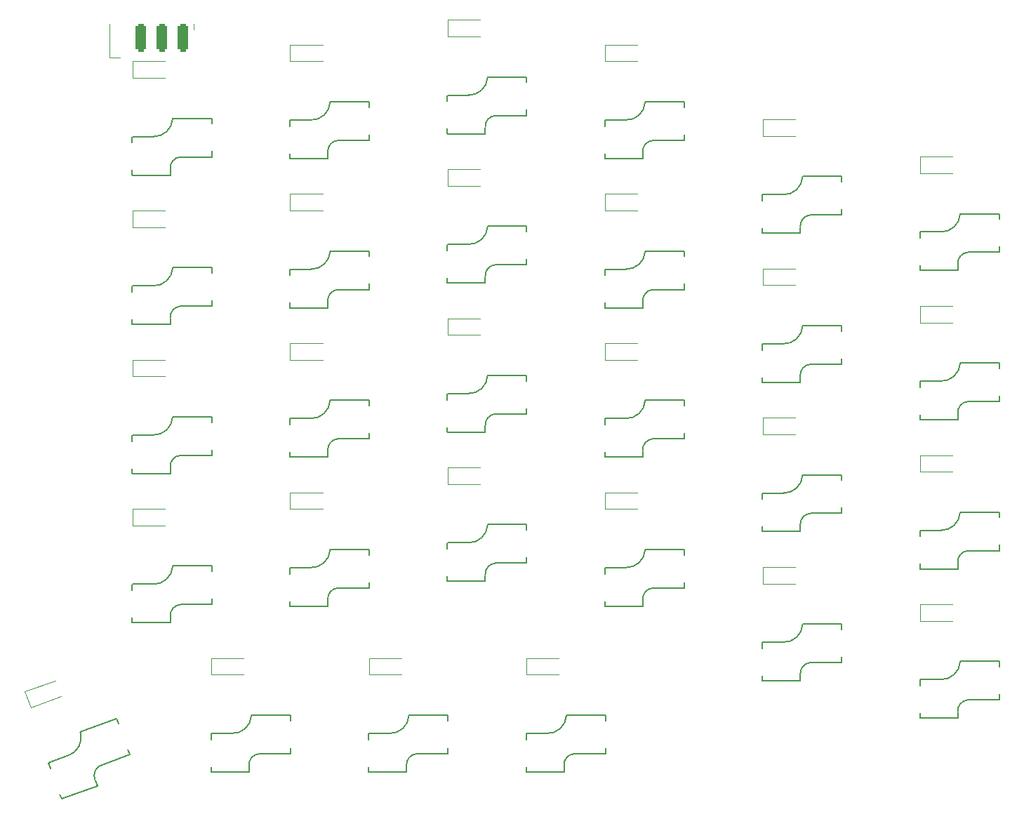
<source format=gto>
%TF.GenerationSoftware,KiCad,Pcbnew,(6.0.11-0)*%
%TF.CreationDate,2023-01-30T19:18:12+08:00*%
%TF.ProjectId,V4,56342e6b-6963-4616-945f-706362585858,rev?*%
%TF.SameCoordinates,PX90f5600PY5e69ec0*%
%TF.FileFunction,Legend,Top*%
%TF.FilePolarity,Positive*%
%FSLAX46Y46*%
G04 Gerber Fmt 4.6, Leading zero omitted, Abs format (unit mm)*
G04 Created by KiCad (PCBNEW (6.0.11-0)) date 2023-01-30 19:18:12*
%MOMM*%
%LPD*%
G01*
G04 APERTURE LIST*
G04 Aperture macros list*
%AMRoundRect*
0 Rectangle with rounded corners*
0 $1 Rounding radius*
0 $2 $3 $4 $5 $6 $7 $8 $9 X,Y pos of 4 corners*
0 Add a 4 corners polygon primitive as box body*
4,1,4,$2,$3,$4,$5,$6,$7,$8,$9,$2,$3,0*
0 Add four circle primitives for the rounded corners*
1,1,$1+$1,$2,$3*
1,1,$1+$1,$4,$5*
1,1,$1+$1,$6,$7*
1,1,$1+$1,$8,$9*
0 Add four rect primitives between the rounded corners*
20,1,$1+$1,$2,$3,$4,$5,0*
20,1,$1+$1,$4,$5,$6,$7,0*
20,1,$1+$1,$6,$7,$8,$9,0*
20,1,$1+$1,$8,$9,$2,$3,0*%
%AMRotRect*
0 Rectangle, with rotation*
0 The origin of the aperture is its center*
0 $1 length*
0 $2 width*
0 $3 Rotation angle, in degrees counterclockwise*
0 Add horizontal line*
21,1,$1,$2,0,0,$3*%
G04 Aperture macros list end*
%ADD10C,0.150000*%
%ADD11C,0.120000*%
%ADD12C,3.200000*%
%ADD13C,3.000000*%
%ADD14R,2.000000X2.600000*%
%ADD15R,0.900000X1.200000*%
%ADD16RotRect,0.900000X1.200000X20.000000*%
%ADD17R,1.270000X3.429000*%
%ADD18RoundRect,0.317500X-0.317500X-1.397000X0.317500X-1.397000X0.317500X1.397000X-0.317500X1.397000X0*%
%ADD19RotRect,2.000000X2.600000X200.000000*%
%ADD20C,1.700000*%
G04 APERTURE END LIST*
D10*
%TO.C,SW17*%
X16725000Y16425000D02*
X19275000Y16425000D01*
X16700000Y15682000D02*
X16700000Y15682000D01*
X16725000Y11775000D02*
X21275000Y11775000D01*
X22500000Y13975000D02*
X26275000Y13975000D01*
X16700000Y12380000D02*
X16700000Y11800000D01*
X16700000Y16400000D02*
X16700000Y15682000D01*
X26275000Y14666000D02*
X26275000Y13975000D01*
X21280000Y12500000D02*
X21280000Y11800000D01*
X26275000Y18625000D02*
X26275000Y17968000D01*
X21575000Y18625000D02*
X26275000Y18625000D01*
X22500000Y13970000D02*
G75*
G03*
X21280000Y12550000I100000J-1320000D01*
G01*
X19200000Y16430000D02*
G75*
G03*
X21570000Y18600000I100000J2270000D01*
G01*
%TO.C,SW29*%
X21575000Y625000D02*
X26275000Y625000D01*
X16700000Y-2318000D02*
X16700000Y-2318000D01*
X21280000Y-5500000D02*
X21280000Y-6200000D01*
X22500000Y-4025000D02*
X26275000Y-4025000D01*
X16700000Y-5620000D02*
X16700000Y-6200000D01*
X16700000Y-1600000D02*
X16700000Y-2318000D01*
X26275000Y-3334000D02*
X26275000Y-4025000D01*
X16725000Y-1575000D02*
X19275000Y-1575000D01*
X16725000Y-6225000D02*
X21275000Y-6225000D01*
X26275000Y625000D02*
X26275000Y-32000D01*
X19200000Y-1570000D02*
G75*
G03*
X21570000Y600000I100000J2270000D01*
G01*
X22500000Y-4030000D02*
G75*
G03*
X21280000Y-5450000I100000J-1320000D01*
G01*
%TO.C,SW51*%
X54775000Y-37375000D02*
X54775000Y-38032000D01*
X45225000Y-39575000D02*
X47775000Y-39575000D01*
X45225000Y-44225000D02*
X49775000Y-44225000D01*
X49780000Y-43500000D02*
X49780000Y-44200000D01*
X45200000Y-40318000D02*
X45200000Y-40318000D01*
X45200000Y-39600000D02*
X45200000Y-40318000D01*
X51000000Y-42025000D02*
X54775000Y-42025000D01*
X50075000Y-37375000D02*
X54775000Y-37375000D01*
X54775000Y-41334000D02*
X54775000Y-42025000D01*
X45200000Y-43620000D02*
X45200000Y-44200000D01*
X47700000Y-39570000D02*
G75*
G03*
X50070000Y-37400000I100000J2270000D01*
G01*
X51000000Y-42030000D02*
G75*
G03*
X49780000Y-43450000I100000J-1320000D01*
G01*
D11*
%TO.C,D27*%
X54750000Y7500000D02*
X54750000Y5500000D01*
X54750000Y5500000D02*
X58650000Y5500000D01*
X54750000Y7500000D02*
X58650000Y7500000D01*
%TO.C,D18*%
X-2250000Y23500000D02*
X-2250000Y21500000D01*
X-2250000Y21500000D02*
X1650000Y21500000D01*
X-2250000Y23500000D02*
X1650000Y23500000D01*
D10*
%TO.C,SW15*%
X54700000Y16400000D02*
X54700000Y15682000D01*
X60500000Y13975000D02*
X64275000Y13975000D01*
X54725000Y16425000D02*
X57275000Y16425000D01*
X64275000Y18625000D02*
X64275000Y17968000D01*
X54700000Y15682000D02*
X54700000Y15682000D01*
X59280000Y12500000D02*
X59280000Y11800000D01*
X54725000Y11775000D02*
X59275000Y11775000D01*
X64275000Y14666000D02*
X64275000Y13975000D01*
X59575000Y18625000D02*
X64275000Y18625000D01*
X54700000Y12380000D02*
X54700000Y11800000D01*
X57200000Y16430000D02*
G75*
G03*
X59570000Y18600000I100000J2270000D01*
G01*
X60500000Y13970000D02*
G75*
G03*
X59280000Y12550000I100000J-1320000D01*
G01*
D11*
%TO.C,D15*%
X54750000Y23500000D02*
X58650000Y23500000D01*
X54750000Y25500000D02*
X54750000Y23500000D01*
X54750000Y25500000D02*
X58650000Y25500000D01*
%TO.C,D1*%
X92750000Y30000000D02*
X92750000Y28000000D01*
X92750000Y28000000D02*
X96650000Y28000000D01*
X92750000Y30000000D02*
X96650000Y30000000D01*
%TO.C,D37*%
X92750000Y-24000000D02*
X92750000Y-26000000D01*
X92750000Y-26000000D02*
X96650000Y-26000000D01*
X92750000Y-24000000D02*
X96650000Y-24000000D01*
%TO.C,D52*%
X26250000Y-30500000D02*
X30150000Y-30500000D01*
X26250000Y-30500000D02*
X26250000Y-32500000D01*
X26250000Y-32500000D02*
X30150000Y-32500000D01*
%TO.C,D2*%
X73750000Y34500000D02*
X73750000Y32500000D01*
X73750000Y32500000D02*
X77650000Y32500000D01*
X73750000Y34500000D02*
X77650000Y34500000D01*
D10*
%TO.C,SW3*%
X59280000Y30500000D02*
X59280000Y29800000D01*
X59575000Y36625000D02*
X64275000Y36625000D01*
X54725000Y34425000D02*
X57275000Y34425000D01*
X54700000Y30380000D02*
X54700000Y29800000D01*
X60500000Y31975000D02*
X64275000Y31975000D01*
X54725000Y29775000D02*
X59275000Y29775000D01*
X64275000Y32666000D02*
X64275000Y31975000D01*
X54700000Y34400000D02*
X54700000Y33682000D01*
X54700000Y33682000D02*
X54700000Y33682000D01*
X64275000Y36625000D02*
X64275000Y35968000D01*
X57200000Y34430000D02*
G75*
G03*
X59570000Y36600000I100000J2270000D01*
G01*
X60500000Y31970000D02*
G75*
G03*
X59280000Y30550000I100000J-1320000D01*
G01*
D11*
%TO.C,D16*%
X35750000Y28500000D02*
X35750000Y26500000D01*
X35750000Y26500000D02*
X39650000Y26500000D01*
X35750000Y28500000D02*
X39650000Y28500000D01*
D10*
%TO.C,SW4*%
X35700000Y37399997D02*
X35700000Y36681997D01*
X35700000Y36681997D02*
X35700000Y36681997D01*
X41500000Y34974997D02*
X45275000Y34974997D01*
X40280000Y33499997D02*
X40280000Y32799997D01*
X35725000Y37424997D02*
X38275000Y37424997D01*
X40575000Y39624997D02*
X45275000Y39624997D01*
X45275000Y35665997D02*
X45275000Y34974997D01*
X35725000Y32774997D02*
X40275000Y32774997D01*
X35700000Y33379997D02*
X35700000Y32799997D01*
X45275000Y39624997D02*
X45275000Y38967997D01*
X38200000Y37429997D02*
G75*
G03*
X40570000Y39599997I100000J2270000D01*
G01*
X41500000Y34969997D02*
G75*
G03*
X40280000Y33549997I100000J-1320000D01*
G01*
%TO.C,SW26*%
X78280000Y-14500000D02*
X78280000Y-15200000D01*
X73700000Y-11318000D02*
X73700000Y-11318000D01*
X73725000Y-15225000D02*
X78275000Y-15225000D01*
X73700000Y-14620000D02*
X73700000Y-15200000D01*
X78575000Y-8375000D02*
X83275000Y-8375000D01*
X79500000Y-13025000D02*
X83275000Y-13025000D01*
X73700000Y-10600000D02*
X73700000Y-11318000D01*
X73725000Y-10575000D02*
X76275000Y-10575000D01*
X83275000Y-8375000D02*
X83275000Y-9032000D01*
X83275000Y-12334000D02*
X83275000Y-13025000D01*
X76200000Y-10570000D02*
G75*
G03*
X78570000Y-8400000I100000J2270000D01*
G01*
X79500000Y-13030000D02*
G75*
G03*
X78280000Y-14450000I100000J-1320000D01*
G01*
D11*
%TO.C,D4*%
X35750000Y46500000D02*
X35750000Y44500000D01*
X35750000Y46500000D02*
X39650000Y46500000D01*
X35750000Y44500000D02*
X39650000Y44500000D01*
%TO.C,D3*%
X54750000Y43500000D02*
X54750000Y41500000D01*
X54750000Y41500000D02*
X58650000Y41500000D01*
X54750000Y43500000D02*
X58650000Y43500000D01*
D10*
%TO.C,SW38*%
X73700000Y-28600000D02*
X73700000Y-29318000D01*
X73700000Y-32620000D02*
X73700000Y-33200000D01*
X73725000Y-28575000D02*
X76275000Y-28575000D01*
X79500000Y-31025000D02*
X83275000Y-31025000D01*
X78575000Y-26375000D02*
X83275000Y-26375000D01*
X73700000Y-29318000D02*
X73700000Y-29318000D01*
X78280000Y-32500000D02*
X78280000Y-33200000D01*
X73725000Y-33225000D02*
X78275000Y-33225000D01*
X83275000Y-26375000D02*
X83275000Y-27032000D01*
X83275000Y-30334000D02*
X83275000Y-31025000D01*
X79500000Y-31030000D02*
G75*
G03*
X78280000Y-32450000I100000J-1320000D01*
G01*
X76200000Y-28570000D02*
G75*
G03*
X78570000Y-26400000I100000J2270000D01*
G01*
D11*
%TO.C,D54*%
X-15256329Y-34529853D02*
X-14572288Y-36409238D01*
X-14572288Y-36409238D02*
X-10907487Y-35075359D01*
X-15256329Y-34529853D02*
X-11591527Y-33195974D01*
D10*
%TO.C,SW27*%
X64275000Y-3334000D02*
X64275000Y-4025000D01*
X54700000Y-1600000D02*
X54700000Y-2318000D01*
X54725000Y-6225000D02*
X59275000Y-6225000D01*
X59280000Y-5500000D02*
X59280000Y-6200000D01*
X60500000Y-4025000D02*
X64275000Y-4025000D01*
X54700000Y-2318000D02*
X54700000Y-2318000D01*
X59575000Y625000D02*
X64275000Y625000D01*
X54700000Y-5620000D02*
X54700000Y-6200000D01*
X64275000Y625000D02*
X64275000Y-32000D01*
X54725000Y-1575000D02*
X57275000Y-1575000D01*
X57200000Y-1570000D02*
G75*
G03*
X59570000Y600000I100000J2270000D01*
G01*
X60500000Y-4030000D02*
G75*
G03*
X59280000Y-5450000I100000J-1320000D01*
G01*
D11*
%TO.C,D53*%
X7250000Y-30500000D02*
X11150000Y-30500000D01*
X7250000Y-32500000D02*
X11150000Y-32500000D01*
X7250000Y-30500000D02*
X7250000Y-32500000D01*
%TO.C,D39*%
X54750000Y-10500000D02*
X54750000Y-12500000D01*
X54750000Y-12500000D02*
X58650000Y-12500000D01*
X54750000Y-10500000D02*
X58650000Y-10500000D01*
D10*
%TO.C,SW52*%
X26200000Y-43620000D02*
X26200000Y-44200000D01*
X26225000Y-44225000D02*
X30775000Y-44225000D01*
X30780000Y-43500000D02*
X30780000Y-44200000D01*
X26200000Y-40318000D02*
X26200000Y-40318000D01*
X26200000Y-39600000D02*
X26200000Y-40318000D01*
X31075000Y-37375000D02*
X35775000Y-37375000D01*
X35775000Y-41334000D02*
X35775000Y-42025000D01*
X35775000Y-37375000D02*
X35775000Y-38032000D01*
X32000000Y-42025000D02*
X35775000Y-42025000D01*
X26225000Y-39575000D02*
X28775000Y-39575000D01*
X28700000Y-39570000D02*
G75*
G03*
X31070000Y-37400000I100000J2270000D01*
G01*
X32000000Y-42030000D02*
G75*
G03*
X30780000Y-43450000I100000J-1320000D01*
G01*
D11*
%TO.C,D42*%
X-2250000Y-12500000D02*
X1650000Y-12500000D01*
X-2250000Y-12500000D02*
X-2250000Y-14500000D01*
X-2250000Y-14500000D02*
X1650000Y-14500000D01*
%TO.C,D30*%
X-2250000Y5500000D02*
X-2250000Y3500000D01*
X-2250000Y3500000D02*
X1650000Y3500000D01*
X-2250000Y5500000D02*
X1650000Y5500000D01*
D10*
%TO.C,SW13*%
X98500000Y475000D02*
X102275000Y475000D01*
X92725000Y2925000D02*
X95275000Y2925000D01*
X92700000Y-1120000D02*
X92700000Y-1700000D01*
X97575000Y5125000D02*
X102275000Y5125000D01*
X92700000Y2182000D02*
X92700000Y2182000D01*
X92725000Y-1725000D02*
X97275000Y-1725000D01*
X92700000Y2900000D02*
X92700000Y2182000D01*
X102275000Y1166000D02*
X102275000Y475000D01*
X102275000Y5125000D02*
X102275000Y4468000D01*
X97280000Y-1000000D02*
X97280000Y-1700000D01*
X98500000Y470000D02*
G75*
G03*
X97280000Y-950000I100000J-1320000D01*
G01*
X95200000Y2930000D02*
G75*
G03*
X97570000Y5100000I100000J2270000D01*
G01*
D11*
%TO.C,D28*%
X35750000Y10500000D02*
X35750000Y8500000D01*
X35750000Y10500000D02*
X39650000Y10500000D01*
X35750000Y8500000D02*
X39650000Y8500000D01*
%TO.C,D6*%
X-2250000Y41500000D02*
X-2250000Y39500000D01*
X-2250000Y39500000D02*
X1650000Y39500000D01*
X-2250000Y41500000D02*
X1650000Y41500000D01*
D10*
%TO.C,SW5*%
X16700000Y30380002D02*
X16700000Y29800002D01*
X26275000Y36625002D02*
X26275000Y35968002D01*
X26275000Y32666002D02*
X26275000Y31975002D01*
X22500000Y31975002D02*
X26275000Y31975002D01*
X16725000Y29775002D02*
X21275000Y29775002D01*
X21280000Y30500002D02*
X21280000Y29800002D01*
X21575000Y36625002D02*
X26275000Y36625002D01*
X16700000Y33682002D02*
X16700000Y33682002D01*
X16725000Y34425002D02*
X19275000Y34425002D01*
X16700000Y34400002D02*
X16700000Y33682002D01*
X19200000Y34430002D02*
G75*
G03*
X21570000Y36600002I100000J2270000D01*
G01*
X22500000Y31970002D02*
G75*
G03*
X21280000Y30550002I100000J-1320000D01*
G01*
%TO.C,SW28*%
X35700000Y-2620000D02*
X35700000Y-3200000D01*
X40280000Y-2500000D02*
X40280000Y-3200000D01*
X35725000Y-3225000D02*
X40275000Y-3225000D01*
X45275000Y3625000D02*
X45275000Y2968000D01*
X35700000Y1400000D02*
X35700000Y682000D01*
X35725000Y1425000D02*
X38275000Y1425000D01*
X40575000Y3625000D02*
X45275000Y3625000D01*
X35700000Y682000D02*
X35700000Y682000D01*
X45275000Y-334000D02*
X45275000Y-1025000D01*
X41500000Y-1025000D02*
X45275000Y-1025000D01*
X38200000Y1430000D02*
G75*
G03*
X40570000Y3600000I100000J2270000D01*
G01*
X41500000Y-1030000D02*
G75*
G03*
X40280000Y-2450000I100000J-1320000D01*
G01*
%TO.C,SW1*%
X92725000Y16275000D02*
X97275000Y16275000D01*
X92700000Y20182000D02*
X92700000Y20182000D01*
X102275000Y19166000D02*
X102275000Y18475000D01*
X97280000Y17000000D02*
X97280000Y16300000D01*
X102275000Y23125000D02*
X102275000Y22468000D01*
X98500000Y18475000D02*
X102275000Y18475000D01*
X92700000Y20900000D02*
X92700000Y20182000D01*
X92700000Y16880000D02*
X92700000Y16300000D01*
X97575000Y23125000D02*
X102275000Y23125000D01*
X92725000Y20925000D02*
X95275000Y20925000D01*
X98500000Y18470000D02*
G75*
G03*
X97280000Y17050000I100000J-1320000D01*
G01*
X95200000Y20930000D02*
G75*
G03*
X97570000Y23100000I100000J2270000D01*
G01*
D11*
%TO.C,D13*%
X92750000Y10000000D02*
X96650000Y10000000D01*
X92750000Y12000000D02*
X92750000Y10000000D01*
X92750000Y12000000D02*
X96650000Y12000000D01*
D10*
%TO.C,SW42*%
X-2300000Y-21600000D02*
X-2300000Y-22318000D01*
X-2275000Y-26225000D02*
X2275000Y-26225000D01*
X7275000Y-23334000D02*
X7275000Y-24025000D01*
X-2300000Y-22318000D02*
X-2300000Y-22318000D01*
X3500000Y-24025000D02*
X7275000Y-24025000D01*
X7275000Y-19375000D02*
X7275000Y-20032000D01*
X-2275000Y-21575000D02*
X275000Y-21575000D01*
X-2300000Y-25620000D02*
X-2300000Y-26200000D01*
X2280000Y-25500000D02*
X2280000Y-26200000D01*
X2575000Y-19375000D02*
X7275000Y-19375000D01*
X200000Y-21570000D02*
G75*
G03*
X2570000Y-19400000I100000J2270000D01*
G01*
X3500000Y-24030000D02*
G75*
G03*
X2280000Y-25450000I100000J-1320000D01*
G01*
%TO.C,SW14*%
X78575000Y9625000D02*
X83275000Y9625000D01*
X79500000Y4975000D02*
X83275000Y4975000D01*
X73700000Y6682000D02*
X73700000Y6682000D01*
X73700000Y7400000D02*
X73700000Y6682000D01*
X73725000Y7425000D02*
X76275000Y7425000D01*
X73700000Y3380000D02*
X73700000Y2800000D01*
X83275000Y9625000D02*
X83275000Y8968000D01*
X78280000Y3500000D02*
X78280000Y2800000D01*
X83275000Y5666000D02*
X83275000Y4975000D01*
X73725000Y2775000D02*
X78275000Y2775000D01*
X79500000Y4970000D02*
G75*
G03*
X78280000Y3550000I100000J-1320000D01*
G01*
X76200000Y7430000D02*
G75*
G03*
X78570000Y9600000I100000J2270000D01*
G01*
%TO.C,SW30*%
X7275000Y-5334000D02*
X7275000Y-6025000D01*
X7275000Y-1375000D02*
X7275000Y-2032000D01*
X2280000Y-7500000D02*
X2280000Y-8200000D01*
X-2300000Y-3600000D02*
X-2300000Y-4318000D01*
X-2300000Y-7620000D02*
X-2300000Y-8200000D01*
X3500000Y-6025000D02*
X7275000Y-6025000D01*
X-2275000Y-3575000D02*
X275000Y-3575000D01*
X-2275000Y-8225000D02*
X2275000Y-8225000D01*
X-2300000Y-4318000D02*
X-2300000Y-4318000D01*
X2575000Y-1375000D02*
X7275000Y-1375000D01*
X200000Y-3570000D02*
G75*
G03*
X2570000Y-1400000I100000J2270000D01*
G01*
X3500000Y-6030000D02*
G75*
G03*
X2280000Y-7450000I100000J-1320000D01*
G01*
D11*
%TO.C,J1*%
X5080000Y45365000D02*
X5080000Y46000000D01*
X-5080000Y42000000D02*
X-5080000Y46000000D01*
X-3810000Y42000000D02*
X-5080000Y42000000D01*
%TO.C,D26*%
X73750000Y-3500000D02*
X77650000Y-3500000D01*
X73750000Y-1500000D02*
X77650000Y-1500000D01*
X73750000Y-1500000D02*
X73750000Y-3500000D01*
D10*
%TO.C,SW53*%
X7199996Y-43620000D02*
X7199996Y-44200000D01*
X11779996Y-43500000D02*
X11779996Y-44200000D01*
X7224996Y-44225000D02*
X11774996Y-44225000D01*
X12074996Y-37375000D02*
X16774996Y-37375000D01*
X7199996Y-40318000D02*
X7199996Y-40318000D01*
X16774996Y-41334000D02*
X16774996Y-42025000D01*
X12999996Y-42025000D02*
X16774996Y-42025000D01*
X7199996Y-39600000D02*
X7199996Y-40318000D01*
X16774996Y-37375000D02*
X16774996Y-38032000D01*
X7224996Y-39575000D02*
X9774996Y-39575000D01*
X12999996Y-42030000D02*
G75*
G03*
X11779996Y-43450000I100000J-1320000D01*
G01*
X9699996Y-39570000D02*
G75*
G03*
X12069996Y-37400000I100000J2270000D01*
G01*
%TO.C,SW18*%
X-2300000Y13682000D02*
X-2300000Y13682000D01*
X-2300000Y10380000D02*
X-2300000Y9800000D01*
X7275000Y12666000D02*
X7275000Y11975000D01*
X-2275000Y9775000D02*
X2275000Y9775000D01*
X3500000Y11975000D02*
X7275000Y11975000D01*
X2280000Y10500000D02*
X2280000Y9800000D01*
X-2300000Y14400000D02*
X-2300000Y13682000D01*
X2575000Y16625000D02*
X7275000Y16625000D01*
X7275000Y16625000D02*
X7275000Y15968000D01*
X-2275000Y14425000D02*
X275000Y14425000D01*
X200000Y14430000D02*
G75*
G03*
X2570000Y16600000I100000J2270000D01*
G01*
X3500000Y11970000D02*
G75*
G03*
X2280000Y10550000I100000J-1320000D01*
G01*
%TO.C,SW40*%
X41500000Y-19025000D02*
X45275000Y-19025000D01*
X40575000Y-14375000D02*
X45275000Y-14375000D01*
X45275000Y-14375000D02*
X45275000Y-15032000D01*
X40280000Y-20500000D02*
X40280000Y-21200000D01*
X35700000Y-16600000D02*
X35700000Y-17318000D01*
X35725000Y-16575000D02*
X38275000Y-16575000D01*
X35725000Y-21225000D02*
X40275000Y-21225000D01*
X35700000Y-17318000D02*
X35700000Y-17318000D01*
X35700000Y-20620000D02*
X35700000Y-21200000D01*
X45275000Y-18334000D02*
X45275000Y-19025000D01*
X41500000Y-19030000D02*
G75*
G03*
X40280000Y-20450000I100000J-1320000D01*
G01*
X38200000Y-16570000D02*
G75*
G03*
X40570000Y-14400000I100000J2270000D01*
G01*
%TO.C,SW41*%
X21280000Y-23500000D02*
X21280000Y-24200000D01*
X16725000Y-24225000D02*
X21275000Y-24225000D01*
X22500000Y-22025000D02*
X26275000Y-22025000D01*
X16700000Y-23620000D02*
X16700000Y-24200000D01*
X26275000Y-21334000D02*
X26275000Y-22025000D01*
X16700000Y-20318000D02*
X16700000Y-20318000D01*
X16700000Y-19600000D02*
X16700000Y-20318000D01*
X21575000Y-17375000D02*
X26275000Y-17375000D01*
X16725000Y-19575000D02*
X19275000Y-19575000D01*
X26275000Y-17375000D02*
X26275000Y-18032000D01*
X19200000Y-19570000D02*
G75*
G03*
X21570000Y-17400000I100000J2270000D01*
G01*
X22500000Y-22030000D02*
G75*
G03*
X21280000Y-23450000I100000J-1320000D01*
G01*
D11*
%TO.C,D14*%
X73750000Y16500000D02*
X73750000Y14500000D01*
X73750000Y14500000D02*
X77650000Y14500000D01*
X73750000Y16500000D02*
X77650000Y16500000D01*
%TO.C,D17*%
X16750000Y23500000D02*
X20650000Y23500000D01*
X16750000Y25500000D02*
X16750000Y23500000D01*
X16750000Y25500000D02*
X20650000Y25500000D01*
D10*
%TO.C,SW39*%
X54700000Y-23620000D02*
X54700000Y-24200000D01*
X54725000Y-19575000D02*
X57275000Y-19575000D01*
X60500000Y-22025000D02*
X64275000Y-22025000D01*
X59280000Y-23500000D02*
X59280000Y-24200000D01*
X54725000Y-24225000D02*
X59275000Y-24225000D01*
X54700000Y-19600000D02*
X54700000Y-20318000D01*
X59575000Y-17375000D02*
X64275000Y-17375000D01*
X64275000Y-21334000D02*
X64275000Y-22025000D01*
X64275000Y-17375000D02*
X64275000Y-18032000D01*
X54700000Y-20318000D02*
X54700000Y-20318000D01*
X60500000Y-22030000D02*
G75*
G03*
X59280000Y-23450000I100000J-1320000D01*
G01*
X57200000Y-19570000D02*
G75*
G03*
X59570000Y-17400000I100000J2270000D01*
G01*
D11*
%TO.C,D40*%
X35750000Y-7500000D02*
X39650000Y-7500000D01*
X35750000Y-7500000D02*
X35750000Y-9500000D01*
X35750000Y-9500000D02*
X39650000Y-9500000D01*
%TO.C,D51*%
X45250000Y-30500000D02*
X49150000Y-30500000D01*
X45250000Y-32500000D02*
X49150000Y-32500000D01*
X45250000Y-30500000D02*
X45250000Y-32500000D01*
D10*
%TO.C,SW6*%
X2575000Y34625000D02*
X7275000Y34625000D01*
X-2300000Y28380000D02*
X-2300000Y27800000D01*
X3500000Y29975000D02*
X7275000Y29975000D01*
X7275000Y30666000D02*
X7275000Y29975000D01*
X-2275000Y27775000D02*
X2275000Y27775000D01*
X7275000Y34625000D02*
X7275000Y33968000D01*
X2280000Y28500000D02*
X2280000Y27800000D01*
X-2300000Y32400000D02*
X-2300000Y31682000D01*
X-2300000Y31682000D02*
X-2300000Y31682000D01*
X-2275000Y32425000D02*
X275000Y32425000D01*
X3500000Y29970000D02*
G75*
G03*
X2280000Y28550000I100000J-1320000D01*
G01*
X200000Y32430000D02*
G75*
G03*
X2570000Y34600000I100000J2270000D01*
G01*
%TO.C,SW2*%
X73700000Y24682000D02*
X73700000Y24682000D01*
X78280000Y21500000D02*
X78280000Y20800000D01*
X73725000Y20775000D02*
X78275000Y20775000D01*
X79500000Y22975000D02*
X83275000Y22975000D01*
X73700000Y21380000D02*
X73700000Y20800000D01*
X83275000Y27625000D02*
X83275000Y26968000D01*
X83275000Y23666000D02*
X83275000Y22975000D01*
X78575000Y27625000D02*
X83275000Y27625000D01*
X73700000Y25400000D02*
X73700000Y24682000D01*
X73725000Y25425000D02*
X76275000Y25425000D01*
X79500000Y22970000D02*
G75*
G03*
X78280000Y21550000I100000J-1320000D01*
G01*
X76200000Y25430000D02*
G75*
G03*
X78570000Y27600000I100000J2270000D01*
G01*
%TO.C,SW25*%
X92700000Y-19120000D02*
X92700000Y-19700000D01*
X92700000Y-15818000D02*
X92700000Y-15818000D01*
X92725000Y-19725000D02*
X97275000Y-19725000D01*
X97575000Y-12875000D02*
X102275000Y-12875000D01*
X102275000Y-16834000D02*
X102275000Y-17525000D01*
X98500000Y-17525000D02*
X102275000Y-17525000D01*
X92700000Y-15100000D02*
X92700000Y-15818000D01*
X92725000Y-15075000D02*
X95275000Y-15075000D01*
X102275000Y-12875000D02*
X102275000Y-13532000D01*
X97280000Y-19000000D02*
X97280000Y-19700000D01*
X95200000Y-15070000D02*
G75*
G03*
X97570000Y-12900000I100000J2270000D01*
G01*
X98500000Y-17530000D02*
G75*
G03*
X97280000Y-18950000I100000J-1320000D01*
G01*
D11*
%TO.C,D29*%
X16750000Y5500000D02*
X20650000Y5500000D01*
X16750000Y7500000D02*
X16750000Y5500000D01*
X16750000Y7500000D02*
X20650000Y7500000D01*
%TO.C,D5*%
X16750000Y43500002D02*
X16750000Y41500002D01*
X16750000Y41500002D02*
X20650000Y41500002D01*
X16750000Y43500002D02*
X20650000Y43500002D01*
%TO.C,D25*%
X92750000Y-8000000D02*
X96650000Y-8000000D01*
X92750000Y-6000000D02*
X96650000Y-6000000D01*
X92750000Y-6000000D02*
X92750000Y-8000000D01*
D10*
%TO.C,SW16*%
X40575000Y21625000D02*
X45275000Y21625000D01*
X40280000Y15500000D02*
X40280000Y14800000D01*
X45275000Y21625000D02*
X45275000Y20968000D01*
X35700000Y19400000D02*
X35700000Y18682000D01*
X45275000Y17666000D02*
X45275000Y16975000D01*
X41500000Y16975000D02*
X45275000Y16975000D01*
X35725000Y19425000D02*
X38275000Y19425000D01*
X35725000Y14775000D02*
X40275000Y14775000D01*
X35700000Y15380000D02*
X35700000Y14800000D01*
X35700000Y18682000D02*
X35700000Y18682000D01*
X38200000Y19430000D02*
G75*
G03*
X40570000Y21600000I100000J2270000D01*
G01*
X41500000Y16970000D02*
G75*
G03*
X40280000Y15550000I100000J-1320000D01*
G01*
%TO.C,SW54*%
X-10794685Y-47471068D02*
X-6519084Y-45914876D01*
X-11025100Y-46911104D02*
X-10826728Y-47456126D01*
X-6120404Y-43428578D02*
X-2573065Y-42137451D01*
X-2809401Y-41488124D02*
X-2573065Y-42137451D01*
X-4163458Y-37767881D02*
X-3938751Y-38385259D01*
X-12154450Y-43808239D02*
X-12154450Y-43808239D01*
X-8580014Y-39375375D02*
X-4163458Y-37767881D01*
X-12400021Y-43133540D02*
X-12154450Y-43808239D01*
X-12385079Y-43101497D02*
X-9988863Y-42229346D01*
X-6762350Y-45231889D02*
X-6522936Y-45889674D01*
X-10061050Y-42250298D02*
G75*
G03*
X-8576162Y-39400578I-682416J2167304D01*
G01*
X-6118694Y-43433276D02*
G75*
G03*
X-6779451Y-45184904I545435J-1206192D01*
G01*
%TO.C,SW37*%
X97280000Y-37000000D02*
X97280000Y-37700000D01*
X102275000Y-30875000D02*
X102275000Y-31532000D01*
X92725000Y-33075000D02*
X95275000Y-33075000D01*
X92725000Y-37725000D02*
X97275000Y-37725000D01*
X92700000Y-33100000D02*
X92700000Y-33818000D01*
X98500000Y-35525000D02*
X102275000Y-35525000D01*
X97575000Y-30875000D02*
X102275000Y-30875000D01*
X92700000Y-37120000D02*
X92700000Y-37700000D01*
X102275000Y-34834000D02*
X102275000Y-35525000D01*
X92700000Y-33818000D02*
X92700000Y-33818000D01*
X98500000Y-35530000D02*
G75*
G03*
X97280000Y-36950000I100000J-1320000D01*
G01*
X95200000Y-33070000D02*
G75*
G03*
X97570000Y-30900000I100000J2270000D01*
G01*
D11*
%TO.C,D38*%
X73750000Y-21500000D02*
X77650000Y-21500000D01*
X73750000Y-19500000D02*
X73750000Y-21500000D01*
X73750000Y-19500000D02*
X77650000Y-19500000D01*
%TO.C,D41*%
X16750000Y-10500000D02*
X20650000Y-10500000D01*
X16750000Y-10500000D02*
X16750000Y-12500000D01*
X16750000Y-12500000D02*
X20650000Y-12500000D01*
%TD*%
%LPC*%
D12*
%TO.C,H4*%
X-9000000Y5000000D03*
%TD*%
%TO.C,H3*%
X71000000Y41000000D03*
%TD*%
%TO.C,H2*%
X82000000Y-38000000D03*
%TD*%
%TO.C,H1*%
X38000000Y-25000000D03*
%TD*%
D13*
%TO.C,SW17*%
X24000000Y16300000D03*
D14*
X27255000Y16300000D03*
X15698000Y14100000D03*
%TD*%
D13*
%TO.C,SW29*%
X24000000Y-1700000D03*
D14*
X27255000Y-1700000D03*
X15698000Y-3900000D03*
%TD*%
D13*
%TO.C,SW51*%
X52500000Y-39700000D03*
D14*
X55755000Y-39700000D03*
X44198000Y-41900000D03*
%TD*%
D15*
%TO.C,D27*%
X55350000Y6500000D03*
X58650000Y6500000D03*
%TD*%
%TO.C,D18*%
X-1650000Y22500000D03*
X1650000Y22500000D03*
%TD*%
D13*
%TO.C,SW15*%
X62000000Y16300000D03*
D14*
X65255000Y16300000D03*
X53698000Y14100000D03*
%TD*%
D15*
%TO.C,D15*%
X55350000Y24500000D03*
X58650000Y24500000D03*
%TD*%
%TO.C,D1*%
X93350000Y29000000D03*
X96650000Y29000000D03*
%TD*%
%TO.C,D37*%
X93350000Y-25000000D03*
X96650000Y-25000000D03*
%TD*%
%TO.C,D52*%
X26850000Y-31500000D03*
X30150000Y-31500000D03*
%TD*%
%TO.C,D2*%
X74350000Y33500000D03*
X77650000Y33500000D03*
%TD*%
D13*
%TO.C,SW3*%
X62000000Y34300000D03*
D14*
X65255000Y34300000D03*
X53698000Y32100000D03*
%TD*%
D15*
%TO.C,D16*%
X36350000Y27500000D03*
X39650000Y27500000D03*
%TD*%
D13*
%TO.C,SW4*%
X43000000Y37299997D03*
D14*
X46255000Y37299997D03*
X34698000Y35099997D03*
%TD*%
D13*
%TO.C,SW26*%
X81000000Y-10700000D03*
D14*
X84255000Y-10700000D03*
X72698000Y-12900000D03*
%TD*%
D15*
%TO.C,D4*%
X36350000Y45500000D03*
X39650000Y45500000D03*
%TD*%
%TO.C,D3*%
X55350000Y42500000D03*
X58650000Y42500000D03*
%TD*%
D13*
%TO.C,SW38*%
X81000000Y-28700000D03*
D14*
X84255000Y-28700000D03*
X72698000Y-30900000D03*
%TD*%
D16*
%TO.C,D54*%
X-14350493Y-35264333D03*
X-11249507Y-34135667D03*
%TD*%
D13*
%TO.C,SW27*%
X62000000Y-1700000D03*
D14*
X65255000Y-1700000D03*
X53698000Y-3900000D03*
%TD*%
D15*
%TO.C,D53*%
X7850000Y-31500000D03*
X11150000Y-31500000D03*
%TD*%
%TO.C,D39*%
X55350000Y-11500000D03*
X58650000Y-11500000D03*
%TD*%
D13*
%TO.C,SW52*%
X33500000Y-39700000D03*
D14*
X36755000Y-39700000D03*
X25198000Y-41900000D03*
%TD*%
D15*
%TO.C,D42*%
X-1650000Y-13500000D03*
X1650000Y-13500000D03*
%TD*%
%TO.C,D30*%
X-1650000Y4500000D03*
X1650000Y4500000D03*
%TD*%
D13*
%TO.C,SW13*%
X100000000Y2800000D03*
D14*
X103255000Y2800000D03*
X91698000Y600000D03*
%TD*%
D15*
%TO.C,D28*%
X36350000Y9500000D03*
X39650000Y9500000D03*
%TD*%
%TO.C,D6*%
X-1650000Y40500000D03*
X1650000Y40500000D03*
%TD*%
D13*
%TO.C,SW5*%
X24000000Y34300002D03*
D14*
X27255000Y34300002D03*
X15698000Y32100002D03*
%TD*%
D13*
%TO.C,SW28*%
X43000000Y1300000D03*
D14*
X46255000Y1300000D03*
X34698000Y-900000D03*
%TD*%
D13*
%TO.C,SW1*%
X100000000Y20800000D03*
D14*
X103255000Y20800000D03*
X91698000Y18600000D03*
%TD*%
D15*
%TO.C,D13*%
X93350000Y11000000D03*
X96650000Y11000000D03*
%TD*%
D13*
%TO.C,SW42*%
X5000000Y-21700000D03*
D14*
X8255000Y-21700000D03*
X-3302000Y-23900000D03*
%TD*%
D13*
%TO.C,SW14*%
X81000000Y7300000D03*
D14*
X84255000Y7300000D03*
X72698000Y5100000D03*
%TD*%
D13*
%TO.C,SW30*%
X5000000Y-3700000D03*
D14*
X8255000Y-3700000D03*
X-3302000Y-5900000D03*
%TD*%
D17*
%TO.C,J1*%
X-3810000Y44222000D03*
D18*
X-1270000Y44349000D03*
X1270000Y44349000D03*
X3810000Y44349000D03*
%TD*%
D15*
%TO.C,D26*%
X74350000Y-2500000D03*
X77650000Y-2500000D03*
%TD*%
D13*
%TO.C,SW53*%
X14499996Y-39700000D03*
D14*
X17754996Y-39700000D03*
X6197996Y-41900000D03*
%TD*%
D13*
%TO.C,SW18*%
X5000000Y14300000D03*
D14*
X8255000Y14300000D03*
X-3302000Y12100000D03*
%TD*%
D13*
%TO.C,SW40*%
X43000000Y-16700000D03*
D14*
X46255000Y-16700000D03*
X34698000Y-18900000D03*
%TD*%
D13*
%TO.C,SW41*%
X24000000Y-19700000D03*
D14*
X27255000Y-19700000D03*
X15698000Y-21900000D03*
%TD*%
D15*
%TO.C,D14*%
X74350000Y15500000D03*
X77650000Y15500000D03*
%TD*%
%TO.C,D17*%
X17350000Y24500000D03*
X20650000Y24500000D03*
%TD*%
D13*
%TO.C,SW39*%
X62000000Y-19700000D03*
D14*
X65255000Y-19700000D03*
X53698000Y-21900000D03*
%TD*%
D15*
%TO.C,D40*%
X36350000Y-8500000D03*
X39650000Y-8500000D03*
%TD*%
%TO.C,D51*%
X45850000Y-31500000D03*
X49150000Y-31500000D03*
%TD*%
D13*
%TO.C,SW6*%
X5000000Y32300000D03*
D14*
X8255000Y32300000D03*
X-3302000Y30100000D03*
%TD*%
D13*
%TO.C,SW2*%
X81000000Y25300000D03*
D14*
X84255000Y25300000D03*
X72698000Y23100000D03*
%TD*%
D13*
%TO.C,SW25*%
X100000000Y-15200000D03*
D14*
X103255000Y-15200000D03*
X91698000Y-17400000D03*
%TD*%
D15*
%TO.C,D29*%
X17350000Y6500000D03*
X20650000Y6500000D03*
%TD*%
%TO.C,D5*%
X17350000Y42500002D03*
X20650000Y42500002D03*
%TD*%
%TO.C,D25*%
X93350000Y-7000000D03*
X96650000Y-7000000D03*
%TD*%
D13*
%TO.C,SW16*%
X43000000Y19300000D03*
D14*
X46255000Y19300000D03*
X34698000Y17100000D03*
%TD*%
D13*
%TO.C,SW54*%
X-5506062Y-40730762D03*
D19*
X-2447363Y-39617486D03*
X-12554946Y-45637537D03*
%TD*%
D13*
%TO.C,SW37*%
X100000000Y-33200000D03*
D14*
X103255000Y-33200000D03*
X91698000Y-35400000D03*
%TD*%
D15*
%TO.C,D38*%
X74350000Y-20500000D03*
X77650000Y-20500000D03*
%TD*%
%TO.C,D41*%
X17350000Y-11500000D03*
X20650000Y-11500000D03*
%TD*%
D13*
%TO.C,SW20*%
X14000000Y16300000D03*
D20*
X24500000Y20000000D03*
D13*
X19000000Y14100000D03*
D20*
X13500000Y20000000D03*
D12*
X19000000Y20000000D03*
%TD*%
D13*
%TO.C,SW8*%
X19000000Y32100002D03*
D20*
X13500000Y38000002D03*
X24500000Y38000002D03*
D12*
X19000000Y38000002D03*
D13*
X14000000Y34300002D03*
%TD*%
%TO.C,SW11*%
X76000000Y23100000D03*
D12*
X76000000Y29000000D03*
D20*
X81500000Y29000000D03*
D13*
X71000000Y25300000D03*
D20*
X70500000Y29000000D03*
%TD*%
D13*
%TO.C,SW12*%
X95000000Y18600000D03*
D12*
X95000000Y24500000D03*
D20*
X89500000Y24500000D03*
X100500000Y24500000D03*
D13*
X90000000Y20800000D03*
%TD*%
D20*
%TO.C,SW7*%
X-5500000Y36000000D03*
D13*
X0Y30100000D03*
D20*
X5500000Y36000000D03*
D12*
X0Y36000000D03*
D13*
X-5000000Y32300000D03*
%TD*%
%TO.C,SW22*%
X57000000Y14100000D03*
D20*
X62500000Y20000000D03*
D13*
X52000000Y16300000D03*
D12*
X57000000Y20000000D03*
D20*
X51500000Y20000000D03*
%TD*%
D12*
%TO.C,SW58*%
X47500000Y-36000000D03*
D20*
X53000000Y-36000000D03*
X42000000Y-36000000D03*
D13*
X47500000Y-41900000D03*
X42500000Y-39700000D03*
%TD*%
D20*
%TO.C,SW44*%
X24500000Y-16000000D03*
X13500000Y-16000000D03*
D12*
X19000000Y-16000000D03*
D13*
X14000000Y-19700000D03*
X19000000Y-21900000D03*
%TD*%
%TO.C,SW36*%
X95000000Y-17400000D03*
X90000000Y-15200000D03*
D20*
X89500000Y-11500000D03*
X100500000Y-11500000D03*
D12*
X95000000Y-11500000D03*
%TD*%
D20*
%TO.C,SW34*%
X51500000Y2000000D03*
D13*
X57000000Y-3900000D03*
D12*
X57000000Y2000000D03*
D13*
X52000000Y-1700000D03*
D20*
X62500000Y2000000D03*
%TD*%
%TO.C,SW55*%
X-6301691Y-37082889D03*
D13*
X-9452081Y-44508186D03*
D12*
X-11470000Y-38964000D03*
D13*
X-14902989Y-44150963D03*
D20*
X-16638309Y-40845111D03*
%TD*%
D13*
%TO.C,SW9*%
X38000000Y35099997D03*
D20*
X43500000Y40999997D03*
D12*
X38000000Y40999997D03*
D13*
X33000000Y37299997D03*
D20*
X32500000Y40999997D03*
%TD*%
%TO.C,SW21*%
X32500000Y23000000D03*
D13*
X33000000Y19300000D03*
D12*
X38000000Y23000000D03*
D13*
X38000000Y17100000D03*
D20*
X43500000Y23000000D03*
%TD*%
%TO.C,SW19*%
X-5500000Y18000000D03*
D13*
X-5000000Y14300000D03*
X0Y12100000D03*
D20*
X5500000Y18000000D03*
D12*
X0Y18000000D03*
%TD*%
D20*
%TO.C,SW45*%
X32500000Y-13000000D03*
X43500000Y-13000000D03*
D13*
X33000000Y-16700000D03*
X38000000Y-18900000D03*
D12*
X38000000Y-13000000D03*
%TD*%
%TO.C,SW33*%
X38000000Y5000000D03*
D20*
X32500000Y5000000D03*
D13*
X38000000Y-900000D03*
X33000000Y1300000D03*
D20*
X43500000Y5000000D03*
%TD*%
D13*
%TO.C,SW24*%
X95000000Y600000D03*
D20*
X100500000Y6500000D03*
X89500000Y6500000D03*
D12*
X95000000Y6500000D03*
D13*
X90000000Y2800000D03*
%TD*%
D12*
%TO.C,SW47*%
X76000000Y-25000000D03*
D13*
X71000000Y-28700000D03*
D20*
X81500000Y-25000000D03*
X70500000Y-25000000D03*
D13*
X76000000Y-30900000D03*
%TD*%
D20*
%TO.C,SW32*%
X13500000Y2000000D03*
D12*
X19000000Y2000000D03*
D20*
X24500000Y2000000D03*
D13*
X19000000Y-3900000D03*
X14000000Y-1700000D03*
%TD*%
D20*
%TO.C,SW10*%
X51500000Y38000000D03*
D12*
X57000000Y38000000D03*
D13*
X52000000Y34300000D03*
D20*
X62500000Y38000000D03*
D13*
X57000000Y32100000D03*
%TD*%
D20*
%TO.C,SW35*%
X81500000Y-7000000D03*
X70500000Y-7000000D03*
D13*
X76000000Y-12900000D03*
X71000000Y-10700000D03*
D12*
X76000000Y-7000000D03*
%TD*%
D20*
%TO.C,SW43*%
X-5500000Y-18000000D03*
X5500000Y-18000000D03*
D12*
X0Y-18000000D03*
D13*
X-5000000Y-21700000D03*
X0Y-23900000D03*
%TD*%
D20*
%TO.C,SW31*%
X5500000Y0D03*
D13*
X0Y-5900000D03*
D12*
X0Y0D03*
D20*
X-5500000Y0D03*
D13*
X-5000000Y-3700000D03*
%TD*%
D20*
%TO.C,SW23*%
X70500000Y11000000D03*
D13*
X71000000Y7300000D03*
D12*
X76000000Y11000000D03*
D20*
X81500000Y11000000D03*
D13*
X76000000Y5100000D03*
%TD*%
D12*
%TO.C,SW48*%
X95000000Y-29500000D03*
D13*
X95000000Y-35400000D03*
D20*
X89500000Y-29500000D03*
X100500000Y-29500000D03*
D13*
X90000000Y-33200000D03*
%TD*%
%TO.C,SW46*%
X52000000Y-19700000D03*
D12*
X57000000Y-16000000D03*
D20*
X62500000Y-16000000D03*
D13*
X57000000Y-21900000D03*
D20*
X51500000Y-16000000D03*
%TD*%
D12*
%TO.C,SW56*%
X9499996Y-36000000D03*
D20*
X3999996Y-36000000D03*
D13*
X4499996Y-39700000D03*
X9499996Y-41900000D03*
D20*
X14999996Y-36000000D03*
%TD*%
%TO.C,SW57*%
X23000000Y-36000000D03*
X34000000Y-36000000D03*
D13*
X28500000Y-41900000D03*
X23500000Y-39700000D03*
D12*
X28500000Y-36000000D03*
%TD*%
M02*

</source>
